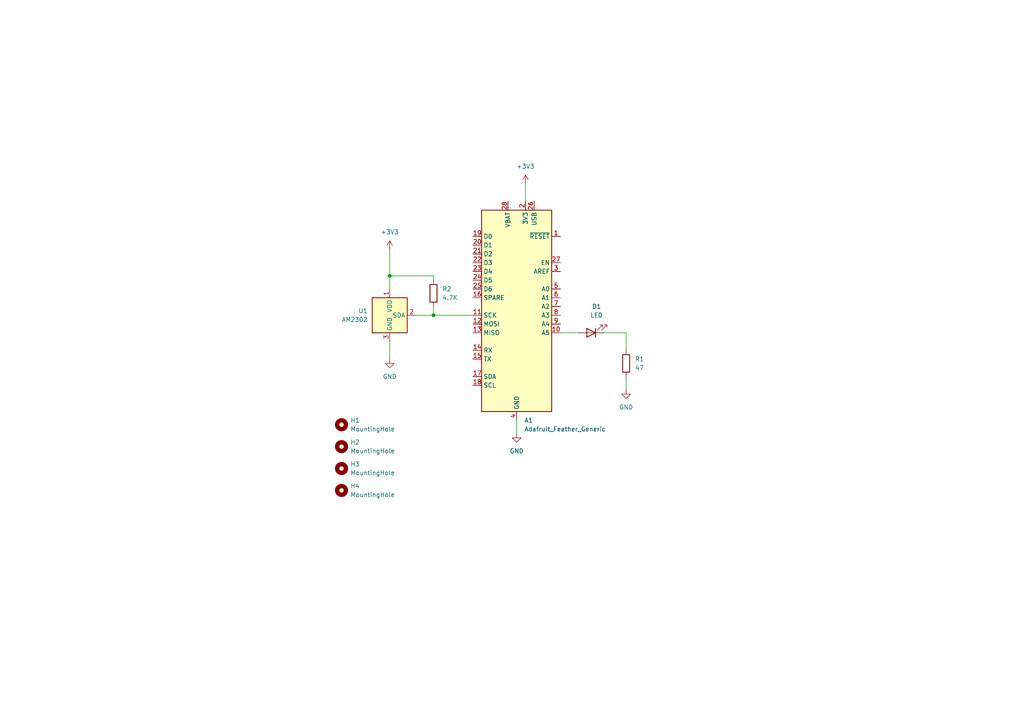
<source format=kicad_sch>
(kicad_sch (version 20230121) (generator eeschema)
  (paper "A4")
  (lib_symbols
    (symbol "Device:LED" (pin_numbers hide) (pin_names (offset 1.016) hide)
      (property "Reference" "D" (at 0 2.54 0))
      (property "Value" "LED" (at 0 -2.54 0))
      (symbol "LED_0_1"
        (polyline (pts (xy -1.27 -1.27) (xy -1.27 1.27)) (stroke (width 0.254)))
        (polyline (pts (xy -1.27 0) (xy 1.27 0)))
        (polyline (pts (xy 1.27 -1.27) (xy 1.27 1.27) (xy -1.27 0) (xy 1.27 -1.27)) (stroke (width 0.254)))
        (polyline (pts (xy -3.048 -0.762) (xy -4.572 -2.286) (xy -3.81 -2.286) (xy -4.572 -2.286) (xy -4.572 -1.524)))
        (polyline (pts (xy -1.778 -0.762) (xy -3.302 -2.286) (xy -2.54 -2.286) (xy -3.302 -2.286) (xy -3.302 -1.524)))
      )
      (symbol "LED_1_1"
        (pin passive line (at -3.81 0 0) (length 2.54) (name "K") (number "1"))
        (pin passive line (at 3.81 0 180) (length 2.54) (name "A") (number "2"))
      )
    )
    (symbol "Device:R" (pin_numbers hide) (pin_names (offset 0))
      (property "Reference" "R" (at 2.032 0 90))
      (property "Value" "R" (at 0 0 90))
      (symbol "R_0_1"
        (rectangle (start -1.016 -2.54) (end 1.016 2.54) (stroke (width 0.254)))
      )
      (symbol "R_1_1"
        (pin passive line (at 0 3.81 270) (length 1.27) (name "~") (number "1"))
        (pin passive line (at 0 -3.81 90) (length 1.27) (name "~") (number "2"))
      )
    )
    (symbol "MCU_Module:Adafruit_Feather_Generic"
      (property "Reference" "A" (at -10.16 29.21 0))
      (property "Value" "Adafruit_Feather_Generic" (at 2.54 -31.75 0))
      (symbol "Adafruit_Feather_Generic_0_1"
        (rectangle (start -10.16 27.94) (end 10.16 -30.48) (stroke (width 0.254)) (fill (type background)))
      )
      (symbol "Adafruit_Feather_Generic_1_1"
        (pin input line (at 12.7 20.32 180) (length 2.54) (name "~{RESET}") (number "1"))
        (pin bidirectional line (at 12.7 -7.62 180) (length 2.54) (name "A5") (number "10"))
        (pin bidirectional line (at -12.7 -2.54 0) (length 2.54) (name "SCK") (number "11"))
        (pin bidirectional line (at -12.7 -5.08 0) (length 2.54) (name "MOSI") (number "12"))
        (pin bidirectional line (at -12.7 -7.62 0) (length 2.54) (name "MISO") (number "13"))
        (pin bidirectional line (at -12.7 -12.7 0) (length 2.54) (name "RX") (number "14"))
        (pin bidirectional line (at -12.7 -15.24 0) (length 2.54) (name "TX") (number "15"))
        (pin bidirectional line (at -12.7 2.54 0) (length 2.54) (name "SPARE") (number "16"))
        (pin bidirectional line (at -12.7 -20.32 0) (length 2.54) (name "SDA") (number "17"))
        (pin bidirectional line (at -12.7 -22.86 0) (length 2.54) (name "SCL") (number "18"))
        (pin bidirectional line (at -12.7 20.32 0) (length 2.54) (name "D0") (number "19"))
        (pin power_in line (at 2.54 30.48 270) (length 2.54) (name "3V3") (number "2"))
        (pin bidirectional line (at -12.7 17.78 0) (length 2.54) (name "D1") (number "20"))
        (pin bidirectional line (at -12.7 15.24 0) (length 2.54) (name "D2") (number "21"))
        (pin bidirectional line (at -12.7 12.7 0) (length 2.54) (name "D3") (number "22"))
        (pin bidirectional line (at -12.7 10.16 0) (length 2.54) (name "D4") (number "23"))
        (pin bidirectional line (at -12.7 7.62 0) (length 2.54) (name "D5") (number "24"))
        (pin bidirectional line (at -12.7 5.08 0) (length 2.54) (name "D6") (number "25"))
        (pin power_in line (at 5.08 30.48 270) (length 2.54) (name "USB") (number "26"))
        (pin input line (at 12.7 12.7 180) (length 2.54) (name "EN") (number "27"))
        (pin power_in line (at -2.54 30.48 270) (length 2.54) (name "VBAT") (number "28"))
        (pin input line (at 12.7 10.16 180) (length 2.54) (name "AREF") (number "3"))
        (pin power_in line (at 0 -33.02 90) (length 2.54) (name "GND") (number "4"))
        (pin bidirectional line (at 12.7 5.08 180) (length 2.54) (name "A0") (number "5"))
        (pin bidirectional line (at 12.7 2.54 180) (length 2.54) (name "A1") (number "6"))
        (pin bidirectional line (at 12.7 0 180) (length 2.54) (name "A2") (number "7"))
        (pin bidirectional line (at 12.7 -2.54 180) (length 2.54) (name "A3") (number "8"))
        (pin bidirectional line (at 12.7 -5.08 180) (length 2.54) (name "A4") (number "9"))
      )
    )
    (symbol "Mechanical:MountingHole" (pin_names (offset 1.016))
      (property "Reference" "H" (at 0 5.08 0))
      (property "Value" "MountingHole" (at 0 3.175 0))
      (symbol "MountingHole_0_1"
        (circle (center 0 0) (radius 1.27) (stroke (width 1.27)))
      )
    )
    (symbol "Sensor:AM2302"
      (property "Reference" "U" (at -3.81 6.35 0))
      (property "Value" "AM2302" (at 3.81 6.35 0))
      (symbol "AM2302_0_1"
        (rectangle (start -5.08 5.08) (end 5.08 -5.08) (stroke (width 0.254)) (fill (type background)))
      )
      (symbol "AM2302_1_1"
        (pin power_in line (at 0 7.62 270) (length 2.54) (name "VDD") (number "1"))
        (pin bidirectional line (at 7.62 0 180) (length 2.54) (name "SDA") (number "2"))
        (pin power_in line (at 0 -7.62 90) (length 2.54) (name "GND") (number "3"))
        (pin passive line (at 0 -7.62 90) (length 2.54) hide (name "GND") (number "4"))
      )
    )
    (symbol "power:+3V3" (power) (pin_names (offset 0))
      (property "Value" "+3V3" (at 0 3.556 0))
      (symbol "+3V3_0_1"
        (polyline (pts (xy -0.762 1.27) (xy 0 2.54)))
        (polyline (pts (xy 0 0) (xy 0 2.54)))
        (polyline (pts (xy 0 2.54) (xy 0.762 1.27)))
      )
      (symbol "+3V3_1_1"
        (pin power_in line (at 0 0 90) (length 0) hide (name "+3V3") (number "1"))
      )
    )
    (symbol "power:GND" (power) (pin_names (offset 0))
      (property "Value" "GND" (at 0 -3.81 0))
      (symbol "GND_0_1"
        (polyline (pts (xy 0 0) (xy 0 -1.27) (xy 1.27 -1.27) (xy 0 -2.54) (xy -1.27 -1.27) (xy 0 -1.27)))
      )
      (symbol "GND_1_1"
        (pin power_in line (at 0 0 270) (length 0) hide (name "GND") (number "1"))
      )
    )
  )
  (junction (at 125.73 91.44))
  (junction (at 113.03 80.01))
  (wire (pts (xy 113.03 80.01) (xy 125.73 80.01)))
  (wire (pts (xy 149.86 125.73) (xy 149.86 121.92)))
  (wire (pts (xy 152.4 53.34) (xy 152.4 58.42)))
  (wire (pts (xy 125.73 91.44) (xy 137.16 91.44)))
  (wire (pts (xy 167.64 96.52) (xy 162.56 96.52)))
  (wire (pts (xy 113.03 104.14) (xy 113.03 99.06)))
  (wire (pts (xy 125.73 80.01) (xy 125.73 81.28)))
  (wire (pts (xy 181.61 109.22) (xy 181.61 113.03)))
  (wire (pts (xy 120.65 91.44) (xy 125.73 91.44)))
  (wire (pts (xy 125.73 88.9) (xy 125.73 91.44)))
  (wire (pts (xy 181.61 96.52) (xy 181.61 101.6)))
  (wire (pts (xy 113.03 80.01) (xy 113.03 83.82)))
  (wire (pts (xy 175.26 96.52) (xy 181.61 96.52)))
  (wire (pts (xy 113.03 72.39) (xy 113.03 80.01)))
  (symbol (lib_id "Mechanical:MountingHole") (at 99.06 129.54 0) (unit 1)
    (property "Reference" "H2" (at 101.6 128.27 0) (effects (justify left)))
    (property "Value" "MountingHole" (at 101.6 130.81 0) (effects (justify left)))
    (property "Footprint" "MountingHole:MountingHole_2.1mm" (effects hide))
  )
  (symbol (lib_id "Device:R") (at 125.73 85.09 0) (unit 1)
    (property "Reference" "R2" (at 128.27 83.82 0) (effects (justify left)))
    (property "Value" "4.7K" (at 128.27 86.36 0) (effects (justify left)))
    (property "Footprint" "Resistor_THT:R_Axial_DIN0207_L6.3mm_D2.5mm_P7.62mm_Horizontal" (effects hide))
  )
  (symbol (lib_id "Mechanical:MountingHole") (at 99.06 135.89 0) (unit 1)
    (property "Reference" "H3" (at 101.6 134.62 0) (effects (justify left)))
    (property "Value" "MountingHole" (at 101.6 137.16 0) (effects (justify left)))
    (property "Footprint" "MountingHole:MountingHole_2.1mm" (effects hide))
  )
  (symbol (lib_id "power:+3V3") (at 152.4 53.34 0) (unit 1)
    (property "Reference" "#PWR04" (effects hide))
    (property "Value" "+3V3" (at 152.4 48.26 0))
  )
  (symbol (lib_id "MCU_Module:Adafruit_Feather_Generic") (at 149.86 88.9 0) (unit 1)
    (property "Reference" "A1" (at 152.0541 121.92 0) (effects (justify left)))
    (property "Value" "Adafruit_Feather_Generic" (at 152.0541 124.46 0) (effects (justify left)))
    (property "Footprint" "Module:Adafruit_Feather" (effects hide))
    (property "Datasheet" "https://cdn-learn.adafruit.com/downloads/pdf/adafruit-feather.pdf" (effects hide))
  )
  (symbol (lib_id "Device:LED") (at 171.45 96.52 180) (unit 1)
    (property "Reference" "D1" (at 173.0375 88.9 0))
    (property "Value" "LED" (at 173.0375 91.44 0))
    (property "Footprint" "LED_THT:LED_D5.0mm_Clear" (effects hide))
  )
  (symbol (lib_id "power:+3V3") (at 113.03 72.39 0) (unit 1)
    (property "Reference" "#PWR05" (effects hide))
    (property "Value" "+3V3" (at 113.03 67.31 0))
  )
  (symbol (lib_id "Sensor:AM2302") (at 113.03 91.44 0) (unit 1)
    (property "Reference" "U1" (at 106.68 90.17 0) (effects (justify right)))
    (property "Value" "AM2302" (at 106.68 92.71 0) (effects (justify right)))
    (property "Footprint" "Sensor:ASAIR_AM2302_P2.54mm_Vertical" (effects hide))
    (property "Datasheet" "http://akizukidenshi.com/download/ds/aosong/AM2302.pdf" (effects hide))
  )
  (symbol (lib_id "Mechanical:MountingHole") (at 99.06 142.24 0) (unit 1)
    (property "Reference" "H4" (at 101.6 140.97 0) (effects (justify left)))
    (property "Value" "MountingHole" (at 101.6 143.51 0) (effects (justify left)))
    (property "Footprint" "MountingHole:MountingHole_2.1mm" (effects hide))
  )
  (symbol (lib_id "power:GND") (at 113.03 104.14 0) (unit 1)
    (property "Reference" "#PWR02" (effects hide))
    (property "Value" "GND" (at 113.03 109.22 0))
  )
  (symbol (lib_id "Mechanical:MountingHole") (at 99.06 123.19 0) (unit 1)
    (property "Reference" "H1" (at 101.6 121.92 0) (effects (justify left)))
    (property "Value" "MountingHole" (at 101.6 124.46 0) (effects (justify left)))
    (property "Footprint" "MountingHole:MountingHole_2.1mm" (effects hide))
  )
  (symbol (lib_id "power:GND") (at 181.61 113.03 0) (unit 1)
    (property "Reference" "#PWR03" (effects hide))
    (property "Value" "GND" (at 181.61 118.11 0))
  )
  (symbol (lib_id "power:GND") (at 149.86 125.73 0) (unit 1)
    (property "Reference" "#PWR01" (effects hide))
    (property "Value" "GND" (at 149.86 130.81 0))
  )
  (symbol (lib_id "Device:R") (at 181.61 105.41 0) (unit 1)
    (property "Reference" "R1" (at 184.15 104.14 0) (effects (justify left)))
    (property "Value" "47" (at 184.15 106.68 0) (effects (justify left)))
    (property "Footprint" "Resistor_THT:R_Axial_DIN0207_L6.3mm_D2.5mm_P7.62mm_Horizontal" (effects hide))
  )
)
</source>
